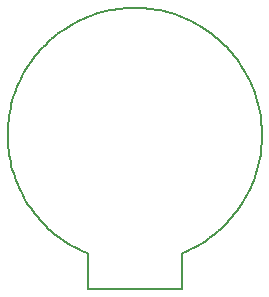
<source format=gbo>
G75*
%MOIN*%
%OFA0B0*%
%FSLAX24Y24*%
%IPPOS*%
%LPD*%
%AMOC8*
5,1,8,0,0,1.08239X$1,22.5*
%
%ADD10C,0.0080*%
D10*
X003684Y000861D02*
X006834Y000861D01*
X006834Y002042D01*
X006953Y002092D01*
X007071Y002146D01*
X007187Y002203D01*
X007301Y002263D01*
X007414Y002327D01*
X007524Y002395D01*
X007632Y002465D01*
X007738Y002539D01*
X007842Y002617D01*
X007943Y002697D01*
X008042Y002780D01*
X008139Y002867D01*
X008232Y002956D01*
X008323Y003048D01*
X008411Y003143D01*
X008496Y003241D01*
X008578Y003341D01*
X008657Y003443D01*
X008733Y003548D01*
X008805Y003655D01*
X008875Y003764D01*
X008940Y003876D01*
X009003Y003989D01*
X009062Y004104D01*
X009117Y004221D01*
X009169Y004339D01*
X009217Y004459D01*
X009262Y004581D01*
X009303Y004704D01*
X009340Y004828D01*
X009373Y004953D01*
X009402Y005079D01*
X009428Y005205D01*
X009449Y005333D01*
X009467Y005461D01*
X009481Y005590D01*
X009491Y005719D01*
X009497Y005848D01*
X009499Y005977D01*
X009497Y006107D01*
X009491Y006236D01*
X009481Y006365D01*
X009468Y006493D01*
X009450Y006621D01*
X009428Y006749D01*
X009403Y006876D01*
X009374Y007002D01*
X009341Y007127D01*
X009304Y007251D01*
X009263Y007374D01*
X009219Y007495D01*
X009171Y007615D01*
X009119Y007734D01*
X009064Y007851D01*
X009005Y007966D01*
X008942Y008079D01*
X008877Y008191D01*
X008807Y008300D01*
X008735Y008407D01*
X008659Y008512D01*
X008580Y008615D01*
X008498Y008715D01*
X008413Y008812D01*
X008326Y008907D01*
X008235Y008999D01*
X008141Y009089D01*
X008045Y009175D01*
X007946Y009259D01*
X007845Y009339D01*
X007741Y009416D01*
X007635Y009491D01*
X007527Y009561D01*
X007417Y009629D01*
X007304Y009693D01*
X007190Y009754D01*
X007074Y009811D01*
X006956Y009864D01*
X006837Y009914D01*
X006716Y009961D01*
X006594Y010003D01*
X006471Y010042D01*
X006346Y010077D01*
X006221Y010108D01*
X006094Y010136D01*
X005967Y010159D01*
X005839Y010179D01*
X005711Y010195D01*
X005582Y010207D01*
X005453Y010215D01*
X005324Y010219D01*
X005194Y010219D01*
X005065Y010215D01*
X004936Y010207D01*
X004807Y010195D01*
X004679Y010179D01*
X004551Y010159D01*
X004424Y010136D01*
X004297Y010108D01*
X004172Y010077D01*
X004047Y010042D01*
X003924Y010003D01*
X003802Y009961D01*
X003681Y009914D01*
X003562Y009864D01*
X003444Y009811D01*
X003328Y009754D01*
X003214Y009693D01*
X003101Y009629D01*
X002991Y009561D01*
X002883Y009491D01*
X002777Y009416D01*
X002673Y009339D01*
X002572Y009259D01*
X002473Y009175D01*
X002377Y009089D01*
X002283Y008999D01*
X002192Y008907D01*
X002105Y008812D01*
X002020Y008715D01*
X001938Y008615D01*
X001859Y008512D01*
X001783Y008407D01*
X001711Y008300D01*
X001641Y008191D01*
X001576Y008079D01*
X001513Y007966D01*
X001454Y007851D01*
X001399Y007734D01*
X001347Y007615D01*
X001299Y007495D01*
X001255Y007374D01*
X001214Y007251D01*
X001177Y007127D01*
X001144Y007002D01*
X001115Y006876D01*
X001090Y006749D01*
X001068Y006621D01*
X001050Y006493D01*
X001037Y006365D01*
X001027Y006236D01*
X001021Y006107D01*
X001019Y005977D01*
X001021Y005848D01*
X001027Y005719D01*
X001037Y005590D01*
X001051Y005461D01*
X001069Y005333D01*
X001090Y005205D01*
X001116Y005079D01*
X001145Y004953D01*
X001178Y004828D01*
X001215Y004704D01*
X001256Y004581D01*
X001301Y004459D01*
X001349Y004339D01*
X001401Y004221D01*
X001456Y004104D01*
X001515Y003989D01*
X001578Y003876D01*
X001643Y003764D01*
X001713Y003655D01*
X001785Y003548D01*
X001861Y003443D01*
X001940Y003341D01*
X002022Y003241D01*
X002107Y003143D01*
X002195Y003048D01*
X002286Y002956D01*
X002379Y002867D01*
X002476Y002780D01*
X002575Y002697D01*
X002676Y002617D01*
X002780Y002539D01*
X002886Y002465D01*
X002994Y002395D01*
X003104Y002327D01*
X003217Y002263D01*
X003331Y002203D01*
X003447Y002146D01*
X003565Y002092D01*
X003684Y002042D01*
X003684Y000861D01*
M02*

</source>
